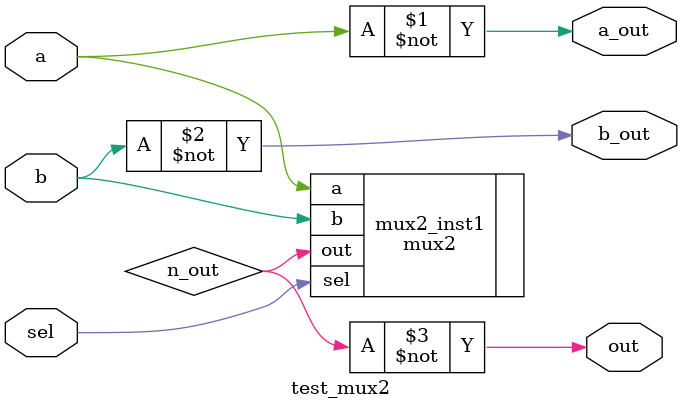
<source format=sv>
module test_mux2 (
    input logic a, b, sel,
    output logic a_out, b_out, out
);
    
    logic n_out;
    assign a_out = ~a;
    assign b_out = ~b;
    assign out = ~n_out;

    mux2 mux2_inst1(.a(a), .b(b), .sel(sel), .out(n_out));
    
endmodule : test_mux2
</source>
